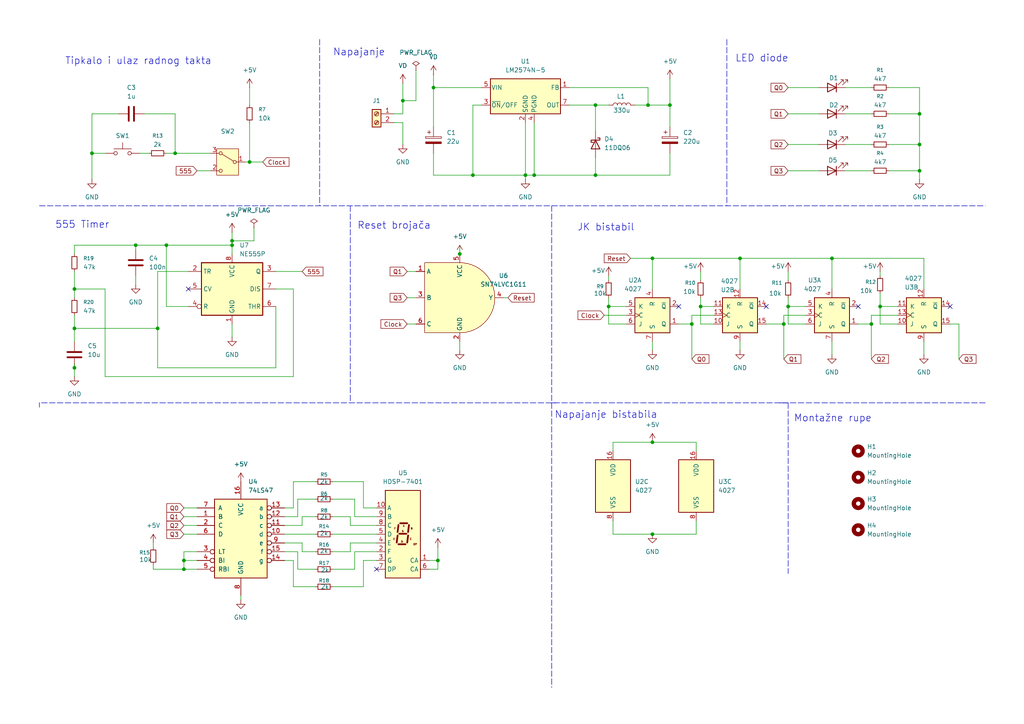
<source format=kicad_sch>
(kicad_sch (version 20250114) (generator "eeschema") (generator_version "9.0")
  (paper "A4")
  (title_block (title "BCD brojač") (date "2025-10-21") (rev "0") (company "TVZ - Tehničko veleučilište Zagreb") (comment 1 "Izradio: Gabriel Šolčić"))
  (lib_symbols
    (symbol "4xxx:4027" (pin_names (offset 1.016))
      (property "Reference" "U" (at -7.62 8.89 0))
      (property "Value" "4027" (at -7.62 -8.89 0))
      (symbol "4027_1_1"
        (rectangle (start -5.08 5.08) (end 5.08 -5.08) (stroke (width 0.254)) (fill (type background)))
        (pin input line (at -7.62 2.54 0) (length 2.54) (name "J") (number "6"))
        (pin input clock (at -7.62 0 0) (length 2.54) (name "C") (number "3"))
        (pin input line (at -7.62 -2.54 0) (length 2.54) (name "K") (number "5"))
        (pin input line (at 0 7.62 270) (length 2.54) (name "S") (number "7"))
        (pin input line (at 0 -7.62 90) (length 2.54) (name "R") (number "4"))
        (pin output line (at 7.62 2.54 180) (length 2.54) (name "Q") (number "1"))
        (pin output line (at 7.62 -2.54 180) (length 2.54) (name "~{Q}") (number "2"))
      )
      (symbol "4027_2_1"
        (rectangle (start -5.08 5.08) (end 5.08 -5.08) (stroke (width 0.254)) (fill (type background)))
        (pin input line (at -7.62 2.54 0) (length 2.54) (name "J") (number "10"))
        (pin input clock (at -7.62 0 0) (length 2.54) (name "C") (number "13"))
        (pin input line (at -7.62 -2.54 0) (length 2.54) (name "K") (number "11"))
        (pin input line (at 0 7.62 270) (length 2.54) (name "S") (number "9"))
        (pin input line (at 0 -7.62 90) (length 2.54) (name "R") (number "12"))
        (pin output line (at 7.62 2.54 180) (length 2.54) (name "Q") (number "15"))
        (pin output line (at 7.62 -2.54 180) (length 2.54) (name "~{Q}") (number "14"))
      )
      (symbol "4027_3_0"
        (pin power_in line (at 0 10.16 270) (length 2.54) (name "VDD") (number "16"))
        (pin power_in line (at 0 -10.16 90) (length 2.54) (name "VSS") (number "8"))
      )
      (symbol "4027_3_1"
        (rectangle (start -5.08 7.62) (end 5.08 -7.62) (stroke (width 0.254)) (fill (type background)))
      )
    )
    (symbol "74xx:74LS47" (pin_names (offset 1.016))
      (property "Reference" "U" (at -7.62 11.43 0))
      (property "Value" "74LS47" (at -7.62 -13.97 0))
      (symbol "74LS47_1_0"
        (pin input line (at -12.7 7.62 0) (length 5.08) (name "A") (number "7"))
        (pin input line (at -12.7 5.08 0) (length 5.08) (name "B") (number "1"))
        (pin input line (at -12.7 2.54 0) (length 5.08) (name "C") (number "2"))
        (pin input line (at -12.7 0 0) (length 5.08) (name "D") (number "6"))
        (pin input inverted (at -12.7 -5.08 0) (length 5.08) (name "LT") (number "3"))
        (pin input inverted (at -12.7 -7.62 0) (length 5.08) (name "BI") (number "4"))
        (pin input inverted (at -12.7 -10.16 0) (length 5.08) (name "RBI") (number "5"))
        (pin power_in line (at 0 15.24 270) (length 5.08) (name "VCC") (number "16"))
        (pin power_in line (at 0 -17.78 90) (length 5.08) (name "GND") (number "8"))
        (pin open_collector inverted (at 12.7 7.62 180) (length 5.08) (name "a") (number "13"))
        (pin open_collector inverted (at 12.7 5.08 180) (length 5.08) (name "b") (number "12"))
        (pin open_collector inverted (at 12.7 2.54 180) (length 5.08) (name "c") (number "11"))
        (pin open_collector inverted (at 12.7 0 180) (length 5.08) (name "d") (number "10"))
        (pin open_collector inverted (at 12.7 -2.54 180) (length 5.08) (name "e") (number "9"))
        (pin open_collector inverted (at 12.7 -5.08 180) (length 5.08) (name "f") (number "15"))
        (pin open_collector inverted (at 12.7 -7.62 180) (length 5.08) (name "g") (number "14"))
      )
      (symbol "74LS47_1_1"
        (rectangle (start -7.62 10.16) (end 7.62 -12.7) (stroke (width 0.254)) (fill (type background)))
      )
    )
    (symbol "Connector:Screw_Terminal_01x02" (pin_names (offset 1.016) (hide yes))
      (property "Reference" "J" (at 0 2.54 0))
      (property "Value" "Screw_Terminal_01x02" (at 0 -5.08 0))
      (symbol "Screw_Terminal_01x02_1_1"
        (rectangle (start -1.27 1.27) (end 1.27 -3.81) (stroke (width 0.254)) (fill (type background)))
        (polyline (pts (xy -0.5334 0.3302) (xy 0.3302 -0.508)) (stroke (width 0.1524)))
        (polyline (pts (xy -0.5334 -2.2098) (xy 0.3302 -3.048)) (stroke (width 0.1524)))
        (polyline (pts (xy -0.3556 0.508) (xy 0.508 -0.3302)) (stroke (width 0.1524)))
        (polyline (pts (xy -0.3556 -2.032) (xy 0.508 -2.8702)) (stroke (width 0.1524)))
        (circle (center 0 0) (radius 0.635) (stroke (width 0.1524)))
        (circle (center 0 -2.54) (radius 0.635) (stroke (width 0.1524)))
        (pin passive line (at -5.08 0 0) (length 3.81) (name "Pin_1") (number "1"))
        (pin passive line (at -5.08 -2.54 0) (length 3.81) (name "Pin_2") (number "2"))
      )
    )
    (symbol "Device:C" (pin_numbers (hide yes)) (pin_names (offset 0.254))
      (property "Reference" "C" (at 0.635 2.54 0))
      (property "Value" "C" (at 0.635 -2.54 0))
      (symbol "C_0_1"
        (polyline (pts (xy -2.032 0.762) (xy 2.032 0.762)) (stroke (width 0.508)))
        (polyline (pts (xy -2.032 -0.762) (xy 2.032 -0.762)) (stroke (width 0.508)))
      )
      (symbol "C_1_1"
        (pin passive line (at 0 3.81 270) (length 2.794) (name "~") (number "1"))
        (pin passive line (at 0 -3.81 90) (length 2.794) (name "~") (number "2"))
      )
    )
    (symbol "Device:C_Polarized" (pin_numbers (hide yes)) (pin_names (offset 0.254))
      (property "Reference" "C" (at 0.635 2.54 0))
      (property "Value" "C_Polarized" (at 0.635 -2.54 0))
      (symbol "C_Polarized_0_1"
        (rectangle (start -2.286 0.508) (end 2.286 1.016))
        (polyline (pts (xy -1.778 2.286) (xy -0.762 2.286)))
        (polyline (pts (xy -1.27 2.794) (xy -1.27 1.778)))
        (rectangle (start 2.286 -0.508) (end -2.286 -1.016) (fill (type outline)))
      )
      (symbol "C_Polarized_1_1"
        (pin passive line (at 0 3.81 270) (length 2.794) (name "~") (number "1"))
        (pin passive line (at 0 -3.81 90) (length 2.794) (name "~") (number "2"))
      )
    )
    (symbol "Device:L" (pin_numbers (hide yes)) (pin_names (offset 1.016) (hide yes))
      (property "Reference" "L" (at -1.27 0 90))
      (property "Value" "L" (at 1.905 0 90))
      (symbol "L_0_1"
        (arc (start 0 2.54) (mid 0.6323 1.905) (end 0 1.27))
        (arc (start 0 1.27) (mid 0.6323 0.635) (end 0 0))
        (arc (start 0 0) (mid 0.6323 -0.635) (end 0 -1.27))
        (arc (start 0 -1.27) (mid 0.6323 -1.905) (end 0 -2.54))
      )
      (symbol "L_1_1"
        (pin passive line (at 0 3.81 270) (length 1.27) (name "1") (number "1"))
        (pin passive line (at 0 -3.81 90) (length 1.27) (name "2") (number "2"))
      )
    )
    (symbol "Device:LED" (pin_numbers (hide yes)) (pin_names (offset 1.016) (hide yes))
      (property "Reference" "D" (at 0 2.54 0))
      (property "Value" "LED" (at 0 -2.54 0))
      (symbol "LED_0_1"
        (polyline (pts (xy -3.048 -0.762) (xy -4.572 -2.286) (xy -3.81 -2.286) (xy -4.572 -2.286) (xy -4.572 -1.524)))
        (polyline (pts (xy -1.778 -0.762) (xy -3.302 -2.286) (xy -2.54 -2.286) (xy -3.302 -2.286) (xy -3.302 -1.524)))
        (polyline (pts (xy -1.27 0) (xy 1.27 0)))
        (polyline (pts (xy -1.27 -1.27) (xy -1.27 1.27)) (stroke (width 0.254)))
        (polyline (pts (xy 1.27 -1.27) (xy 1.27 1.27) (xy -1.27 0) (xy 1.27 -1.27)) (stroke (width 0.254)))
      )
      (symbol "LED_1_1"
        (pin passive line (at -3.81 0 0) (length 2.54) (name "K") (number "1"))
        (pin passive line (at 3.81 0 180) (length 2.54) (name "A") (number "2"))
      )
    )
    (symbol "Device:R_Small" (pin_numbers (hide yes)) (pin_names (offset 0.254) (hide yes))
      (property "Reference" "R" (at 0 0 90))
      (property "Value" "R_Small" (at 1.778 0 90))
      (symbol "R_Small_0_1"
        (rectangle (start -0.762 1.778) (end 0.762 -1.778) (stroke (width 0.2032)))
      )
      (symbol "R_Small_1_1"
        (pin passive line (at 0 2.54 270) (length 0.762) (name "~") (number "1"))
        (pin passive line (at 0 -2.54 90) (length 0.762) (name "~") (number "2"))
      )
    )
    (symbol "Diode:SS310" (pin_numbers (hide yes)) (pin_names (offset 1.016) (hide yes))
      (property "Reference" "D" (at 0 2.54 0))
      (property "Value" "SS310" (at 0 -2.54 0))
      (symbol "SS310_0_1"
        (polyline (pts (xy -1.905 0.635) (xy -1.905 1.27) (xy -1.27 1.27) (xy -1.27 -1.27) (xy -0.635 -1.27) (xy -0.635 -0.635)) (stroke (width 0.254)))
        (polyline (pts (xy 1.27 1.27) (xy 1.27 -1.27) (xy -1.27 0) (xy 1.27 1.27)) (stroke (width 0.254)))
        (polyline (pts (xy 1.27 0) (xy -1.27 0)))
      )
      (symbol "SS310_1_1"
        (pin passive line (at -3.81 0 0) (length 2.54) (name "K") (number "1"))
        (pin passive line (at 3.81 0 180) (length 2.54) (name "A") (number "2"))
      )
    )
    (symbol "Display_Character:HDSP-7401"
      (property "Reference" "U" (at -3.81 13.97 0))
      (property "Value" "HDSP-7401" (at 6.35 13.97 0))
      (symbol "HDSP-7401_1_0"
        (text "E" (at -2.54 -1.397 0) (effects (font (size 0.508 0.508))))
        (text "F" (at -2.286 1.651 0) (effects (font (size 0.508 0.508))))
        (text "D" (at -0.254 -2.159 0) (effects (font (size 0.508 0.508))))
        (text "G" (at 0 0.889 0) (effects (font (size 0.508 0.508))))
        (text "A" (at 0.254 2.413 0) (effects (font (size 0.508 0.508))))
        (text "C" (at 2.286 -1.397 0) (effects (font (size 0.508 0.508))))
        (text "B" (at 2.54 1.651 0) (effects (font (size 0.508 0.508))))
        (text "DP" (at 3.556 -2.921 0) (effects (font (size 0.508 0.508))))
      )
      (symbol "HDSP-7401_1_1"
        (rectangle (start -5.08 12.7) (end 5.08 -12.7) (stroke (width 0.254)) (fill (type background)))
        (polyline (pts (xy -1.524 -0.381) (xy -1.778 -2.413)) (stroke (width 0.508)))
        (polyline (pts (xy -1.27 2.667) (xy -1.524 0.635)) (stroke (width 0.508)))
        (polyline (pts (xy -1.27 -2.921) (xy 0.762 -2.921)) (stroke (width 0.508)))
        (polyline (pts (xy -1.016 0.127) (xy 1.016 0.127)) (stroke (width 0.508)))
        (polyline (pts (xy -0.762 3.175) (xy 1.27 3.175)) (stroke (width 0.508)))
        (polyline (pts (xy 1.524 -0.381) (xy 1.27 -2.413)) (stroke (width 0.508)))
        (polyline (pts (xy 1.778 2.667) (xy 1.524 0.635)) (stroke (width 0.508)))
        (polyline (pts (xy 2.54 -2.921) (xy 2.54 -2.921)) (stroke (width 0.508)))
        (pin input line (at -7.62 7.62 0) (length 2.54) (name "A") (number "10"))
        (pin input line (at -7.62 5.08 0) (length 2.54) (name "B") (number "9"))
        (pin input line (at -7.62 2.54 0) (length 2.54) (name "C") (number "8"))
        (pin input line (at -7.62 0 0) (length 2.54) (name "D") (number "5"))
        (pin input line (at -7.62 -2.54 0) (length 2.54) (name "E") (number "4"))
        (pin input line (at -7.62 -5.08 0) (length 2.54) (name "F") (number "2"))
        (pin input line (at -7.62 -7.62 0) (length 2.54) (name "G") (number "3"))
        (pin input line (at -7.62 -10.16 0) (length 2.54) (name "DP") (number "7"))
        (pin input line (at 7.62 -7.62 180) (length 2.54) (name "CA") (number "1"))
        (pin input line (at 7.62 -10.16 180) (length 2.54) (name "CA") (number "6"))
      )
    )
    (symbol "Mechanical:MountingHole" (pin_names (offset 1.016)) (in_bom no)
      (property "Reference" "H" (at 0 5.08 0))
      (property "Value" "MountingHole" (at 0 3.175 0))
      (symbol "MountingHole_0_1"
        (circle (center 0 0) (radius 1.27) (stroke (width 1.27)))
      )
    )
    (symbol "Regulator_Switching:LM2574N-5" (pin_names (offset 0.254))
      (property "Reference" "U" (at -10.16 6.35 0))
      (property "Value" "LM2574N-5" (at 0 6.35 0))
      (symbol "LM2574N-5_0_1"
        (rectangle (start -10.16 5.08) (end 10.16 -5.08) (stroke (width 0.254)) (fill (type background)))
      )
      (symbol "LM2574N-5_1_1"
        (pin power_in line (at -12.7 2.54 0) (length 2.54) (name "VIN") (number "5"))
        (pin input line (at -12.7 -2.54 0) (length 2.54) (name "~{ON}/OFF") (number "3"))
        (pin no_connect line (at -10.16 0 0) (length 2.54) (hide yes) (name "NC") (number "6"))
        (pin power_in line (at 0 -7.62 90) (length 2.54) (name "SGND") (number "2"))
        (pin power_in line (at 2.54 -7.62 90) (length 2.54) (name "PGND") (number "4"))
        (pin no_connect line (at 10.16 0 180) (length 2.54) (hide yes) (name "NC") (number "8"))
        (pin input line (at 12.7 2.54 180) (length 2.54) (name "FB") (number "1"))
        (pin output line (at 12.7 -2.54 180) (length 2.54) (name "OUT") (number "7"))
      )
    )
    (symbol "SN74LVC1G11:SN74LVC1G11"
      (property "Reference" "U?" (at 10.922 10.414 0))
      (symbol "SN74LVC1G11_1_1"
        (polyline (pts (xy 0 10.16) (xy -10.16 10.16) (xy -10.16 -10.16) (xy 0 -10.16)) (fill (type background)))
        (arc (start 0 10.16) (mid 10.16 0) (end 0 -10.16) (fill (type background)))
        (pin input line (at -12.7 7.62 0) (length 2.54) (name "A") (number "1"))
        (pin input line (at -12.7 0 0) (length 2.54) (name "B") (number "3"))
        (pin input line (at -12.7 -7.62 0) (length 2.54) (name "C") (number "6"))
        (pin power_in line (at 0 12.7 270) (length 2.54) (name "VCC") (number "5"))
        (pin power_out line (at 0 -12.7 90) (length 2.54) (name "GND") (number "2"))
        (pin output line (at 12.7 0 180) (length 2.54) (name "Y") (number "4"))
      )
    )
    (symbol "Switch:SW_MEC_5G" (pin_numbers (hide yes)) (pin_names (offset 1.016) (hide yes))
      (property "Reference" "SW" (at 1.27 2.54 0))
      (property "Value" "SW_MEC_5G" (at 0 -1.524 0))
      (symbol "SW_MEC_5G_0_1"
        (circle (center -2.032 0) (radius 0.508))
        (polyline (pts (xy 0 1.27) (xy 0 3.048)))
        (circle (center 2.032 0) (radius 0.508))
        (polyline (pts (xy 2.54 1.27) (xy -2.54 1.27)))
        (pin passive line (at -5.08 0 0) (length 2.54) (name "A") (number "1"))
        (pin passive line (at 5.08 0 180) (length 2.54) (name "B") (number "3"))
      )
      (symbol "SW_MEC_5G_1_1"
        (pin passive line (at -5.08 0 0) (length 2.54) (hide yes) (name "A") (number "2"))
        (pin passive line (at 5.08 0 180) (length 2.54) (hide yes) (name "B") (number "4"))
      )
    )
    (symbol "Switch:SW_SPDT_312" (pin_names (offset 1) (hide yes))
      (property "Reference" "SW" (at 0 5.08 0))
      (property "Value" "SW_SPDT_312" (at 0 -5.08 0))
      (symbol "SW_SPDT_312_0_1"
        (circle (center -2.032 0) (radius 0.4572))
        (polyline (pts (xy -1.651 0.254) (xy 1.651 2.286)))
        (circle (center 2.032 2.54) (radius 0.4572))
        (circle (center 2.032 -2.54) (radius 0.4572))
      )
      (symbol "SW_SPDT_312_1_1"
        (rectangle (start -3.175 3.81) (end 3.175 -3.81) (fill (type background)))
        (pin passive line (at -5.08 0 0) (length 2.54) (name "B") (number "1"))
        (pin passive line (at 5.08 2.54 180) (length 2.54) (name "A") (number "3"))
        (pin passive line (at 5.08 -2.54 180) (length 2.54) (name "C") (number "2"))
      )
    )
    (symbol "Timer:NE555P"
      (property "Reference" "U" (at -10.16 8.89 0))
      (property "Value" "NE555P" (at 2.54 8.89 0))
      (symbol "NE555P_0_0"
        (pin power_in line (at 0 10.16 270) (length 2.54) (name "VCC") (number "8"))
        (pin power_in line (at 0 -10.16 90) (length 2.54) (name "GND") (number "1"))
      )
      (symbol "NE555P_0_1"
        (rectangle (start -8.89 -7.62) (end 8.89 7.62) (stroke (width 0.254)) (fill (type background)))
        (rectangle (start -8.89 -7.62) (end 8.89 7.62) (stroke (width 0.254)) (fill (type background)))
      )
      (symbol "NE555P_1_1"
        (pin input line (at -12.7 5.08 0) (length 3.81) (name "TR") (number "2"))
        (pin input line (at -12.7 0 0) (length 3.81) (name "CV") (number "5"))
        (pin input inverted (at -12.7 -5.08 0) (length 3.81) (name "R") (number "4"))
        (pin output line (at 12.7 5.08 180) (length 3.81) (name "Q") (number "3"))
        (pin input line (at 12.7 0 180) (length 3.81) (name "DIS") (number "7"))
        (pin input line (at 12.7 -5.08 180) (length 3.81) (name "THR") (number "6"))
      )
    )
    (symbol "power:+5V" (power) (pin_numbers (hide yes)) (pin_names (offset 0) (hide yes))
      (property "Value" "+5V" (at 0 3.556 0))
      (symbol "+5V_0_1"
        (polyline (pts (xy -0.762 1.27) (xy 0 2.54)))
        (polyline (pts (xy 0 2.54) (xy 0.762 1.27)))
        (polyline (pts (xy 0 0) (xy 0 2.54)))
      )
      (symbol "+5V_1_1"
        (pin power_in line (at 0 0 90) (length 0) (name "~") (number "1"))
      )
    )
    (symbol "power:GND" (power) (pin_numbers (hide yes)) (pin_names (offset 0) (hide yes))
      (property "Value" "GND" (at 0 -3.81 0))
      (symbol "GND_0_1"
        (polyline (pts (xy 0 0) (xy 0 -1.27) (xy 1.27 -1.27) (xy 0 -2.54) (xy -1.27 -1.27) (xy 0 -1.27)))
      )
      (symbol "GND_1_1"
        (pin power_in line (at 0 0 270) (length 0) (name "~") (number "1"))
      )
    )
    (symbol "power:PWR_FLAG" (power) (pin_numbers (hide yes)) (pin_names (offset 0) (hide yes))
      (property "Value" "PWR_FLAG" (at 0 3.81 0))
      (symbol "PWR_FLAG_0_0"
        (pin power_out line (at 0 0 90) (length 0) (name "~") (number "1"))
      )
      (symbol "PWR_FLAG_0_1"
        (polyline (pts (xy 0 0) (xy 0 1.27) (xy -1.016 1.905) (xy 0 2.54) (xy 1.016 1.905) (xy 0 1.27)))
      )
    )
    (symbol "power:VD" (power) (pin_numbers (hide yes)) (pin_names (offset 0) (hide yes))
      (property "Value" "VD" (at 0 3.556 0))
      (symbol "VD_0_1"
        (polyline (pts (xy -0.762 1.27) (xy 0 2.54)))
        (polyline (pts (xy 0 2.54) (xy 0.762 1.27)))
        (polyline (pts (xy 0 0) (xy 0 2.54)))
      )
      (symbol "VD_1_1"
        (pin power_in line (at 0 0 90) (length 0) (name "~") (number "1"))
      )
    )
  )
  (text "Napajanje bistabila" (at 175.768 120.396 0) (effects (font (size 2.032 2.032))))
  (text "Reset brojača" (at 114.3 65.532 0) (effects (font (size 2.032 2.032))))
  (text "Napajanje" (at 104.14 15.24 0) (effects (font (size 2.032 2.032))))
  (text "JK bistabil" (at 175.768 66.04 0) (effects (font (size 2.032 2.032))))
  (text "LED diode" (at 220.98 17.018 0) (effects (font (size 2.032 2.032))))
  (text "Montažne rupe" (at 241.554 121.412 0) (effects (font (size 2.032 2.032))))
  (text "555 Timer" (at 23.876 65.278 0) (effects (font (size 2.032 2.032))))
  (text "Tipkalo i ulaz radnog takta" (at 40.132 17.78 0) (effects (font (size 2.032 2.032))))
  (junction (at 21.59 106.68))
  (junction (at 26.67 44.45))
  (junction (at 228.6 88.9))
  (junction (at 266.7 49.53))
  (junction (at 67.31 69.85))
  (junction (at 227.33 93.98))
  (junction (at 187.96 30.48))
  (junction (at 189.23 154.94))
  (junction (at 252.73 93.98))
  (junction (at 172.72 30.48))
  (junction (at 21.59 83.82))
  (junction (at 241.3 74.93))
  (junction (at 53.34 162.56))
  (junction (at 67.31 71.12))
  (junction (at 189.23 128.27))
  (junction (at 152.4 50.8))
  (junction (at 137.16 50.8))
  (junction (at 133.35 73.66))
  (junction (at 72.39 46.99))
  (junction (at 214.63 74.93))
  (junction (at 50.8 44.45))
  (junction (at 266.7 41.91))
  (junction (at 125.73 25.4))
  (junction (at 127 162.56))
  (junction (at 266.7 33.02))
  (junction (at 48.26 71.12))
  (junction (at 172.72 50.8))
  (junction (at 189.23 74.93))
  (junction (at 194.31 30.48))
  (junction (at 176.53 88.9))
  (junction (at 116.84 29.21))
  (junction (at 203.2 88.9))
  (junction (at 45.72 95.25))
  (junction (at 39.37 71.12))
  (junction (at 255.27 88.9))
  (junction (at 154.94 50.8))
  (junction (at 21.59 95.25))
  (junction (at 200.66 93.98))
  (junction (at 53.34 165.1))
  (no_connect (at 54.61 83.82))
  (no_connect (at 248.92 88.9))
  (no_connect (at 196.85 88.9))
  (no_connect (at 109.22 165.1))
  (no_connect (at 222.25 88.9))
  (no_connect (at 275.59 88.9))
  (wire (pts (xy 53.34 152.4) (xy 57.15 152.4)))
  (wire (pts (xy 116.84 35.56) (xy 116.84 41.91)))
  (wire (pts (xy 257.81 49.53) (xy 266.7 49.53)))
  (wire (pts (xy 245.11 49.53) (xy 252.73 49.53)))
  (wire (pts (xy 252.73 104.14) (xy 252.73 93.98)))
  (wire (pts (xy 82.55 157.48) (xy 87.63 157.48)))
  (wire (pts (xy 152.4 50.8) (xy 152.4 52.07)))
  (wire (pts (xy 96.52 160.02) (xy 101.6 160.02)))
  (wire (pts (xy 125.73 50.8) (xy 137.16 50.8)))
  (wire (pts (xy 26.67 33.02) (xy 26.67 44.45)))
  (wire (pts (xy 73.66 66.04) (xy 73.66 69.85)))
  (wire (pts (xy 39.37 80.01) (xy 39.37 82.55)))
  (wire (pts (xy 85.09 109.22) (xy 30.48 109.22)))
  (polyline (pts (xy 11.43 116.84) (xy 11.43 118.11)))
  (wire (pts (xy 118.11 86.36) (xy 120.65 86.36)))
  (wire (pts (xy 82.55 154.94) (xy 91.44 154.94)))
  (wire (pts (xy 48.26 44.45) (xy 50.8 44.45)))
  (wire (pts (xy 203.2 88.9) (xy 203.2 86.36)))
  (wire (pts (xy 181.61 93.98) (xy 176.53 93.98)))
  (wire (pts (xy 72.39 46.99) (xy 76.2 46.99)))
  (wire (pts (xy 255.27 93.98) (xy 255.27 88.9)))
  (wire (pts (xy 228.6 41.91) (xy 237.49 41.91)))
  (wire (pts (xy 44.45 157.48) (xy 44.45 158.75)))
  (wire (pts (xy 105.41 139.7) (xy 105.41 147.32)))
  (wire (pts (xy 203.2 78.74) (xy 203.2 81.28)))
  (wire (pts (xy 228.6 49.53) (xy 237.49 49.53)))
  (wire (pts (xy 201.93 151.13) (xy 201.93 154.94)))
  (wire (pts (xy 260.35 93.98) (xy 255.27 93.98)))
  (wire (pts (xy 228.6 88.9) (xy 228.6 86.36)))
  (wire (pts (xy 53.34 154.94) (xy 57.15 154.94)))
  (wire (pts (xy 57.15 162.56) (xy 53.34 162.56)))
  (polyline (pts (xy 92.71 11.43) (xy 92.71 59.69)) (stroke (width 0) (type dash)))
  (wire (pts (xy 228.6 78.74) (xy 228.6 81.28)))
  (wire (pts (xy 194.31 50.8) (xy 172.72 50.8)))
  (wire (pts (xy 255.27 78.74) (xy 255.27 80.01)))
  (wire (pts (xy 184.15 30.48) (xy 187.96 30.48)))
  (wire (pts (xy 189.23 154.94) (xy 201.93 154.94)))
  (wire (pts (xy 87.63 160.02) (xy 91.44 160.02)))
  (wire (pts (xy 214.63 99.06) (xy 214.63 101.6)))
  (wire (pts (xy 53.34 165.1) (xy 57.15 165.1)))
  (wire (pts (xy 45.72 78.74) (xy 45.72 95.25)))
  (wire (pts (xy 120.65 20.32) (xy 120.65 29.21)))
  (polyline (pts (xy 11.43 59.69) (xy 285.75 59.69)) (stroke (width 0) (type dash)))
  (wire (pts (xy 139.7 25.4) (xy 125.73 25.4)))
  (wire (pts (xy 118.11 78.74) (xy 120.65 78.74)))
  (wire (pts (xy 50.8 33.02) (xy 50.8 44.45)))
  (wire (pts (xy 54.61 88.9) (xy 48.26 88.9)))
  (wire (pts (xy 172.72 30.48) (xy 176.53 30.48)))
  (wire (pts (xy 101.6 149.86) (xy 101.6 152.4)))
  (wire (pts (xy 21.59 106.68) (xy 21.59 109.22)))
  (wire (pts (xy 102.87 149.86) (xy 109.22 149.86)))
  (wire (pts (xy 71.12 46.99) (xy 72.39 46.99)))
  (wire (pts (xy 85.09 139.7) (xy 91.44 139.7)))
  (wire (pts (xy 187.96 30.48) (xy 194.31 30.48)))
  (wire (pts (xy 21.59 83.82) (xy 21.59 86.36)))
  (wire (pts (xy 86.36 160.02) (xy 86.36 165.1)))
  (wire (pts (xy 53.34 162.56) (xy 53.34 165.1)))
  (wire (pts (xy 21.59 91.44) (xy 21.59 95.25)))
  (wire (pts (xy 82.55 160.02) (xy 86.36 160.02)))
  (wire (pts (xy 105.41 147.32) (xy 109.22 147.32)))
  (wire (pts (xy 53.34 149.86) (xy 57.15 149.86)))
  (wire (pts (xy 54.61 78.74) (xy 45.72 78.74)))
  (wire (pts (xy 40.64 44.45) (xy 43.18 44.45)))
  (wire (pts (xy 266.7 41.91) (xy 266.7 49.53)))
  (wire (pts (xy 200.66 93.98) (xy 196.85 93.98)))
  (wire (pts (xy 233.68 93.98) (xy 228.6 93.98)))
  (wire (pts (xy 245.11 41.91) (xy 252.73 41.91)))
  (wire (pts (xy 207.01 93.98) (xy 203.2 93.98)))
  (wire (pts (xy 86.36 149.86) (xy 86.36 144.78)))
  (wire (pts (xy 252.73 91.44) (xy 252.73 93.98)))
  (wire (pts (xy 82.55 149.86) (xy 86.36 149.86)))
  (wire (pts (xy 267.97 99.06) (xy 267.97 102.87)))
  (wire (pts (xy 154.94 50.8) (xy 152.4 50.8)))
  (wire (pts (xy 267.97 83.82) (xy 267.97 74.93)))
  (wire (pts (xy 172.72 45.72) (xy 172.72 50.8)))
  (wire (pts (xy 189.23 101.6) (xy 189.23 99.06)))
  (wire (pts (xy 80.01 83.82) (xy 85.09 83.82)))
  (polyline (pts (xy 160.02 116.84) (xy 160.02 199.39)) (stroke (width 0) (type dash)))
  (wire (pts (xy 201.93 128.27) (xy 189.23 128.27)))
  (wire (pts (xy 187.96 25.4) (xy 187.96 30.48)))
  (wire (pts (xy 82.55 162.56) (xy 85.09 162.56)))
  (wire (pts (xy 257.81 41.91) (xy 266.7 41.91)))
  (wire (pts (xy 85.09 147.32) (xy 85.09 139.7)))
  (wire (pts (xy 85.09 162.56) (xy 85.09 170.18)))
  (wire (pts (xy 39.37 71.12) (xy 48.26 71.12)))
  (wire (pts (xy 105.41 170.18) (xy 105.41 162.56)))
  (wire (pts (xy 45.72 95.25) (xy 45.72 106.68)))
  (wire (pts (xy 21.59 71.12) (xy 39.37 71.12)))
  (wire (pts (xy 72.39 25.4) (xy 72.39 30.48)))
  (wire (pts (xy 67.31 69.85) (xy 67.31 71.12)))
  (wire (pts (xy 82.55 152.4) (xy 87.63 152.4)))
  (wire (pts (xy 125.73 25.4) (xy 125.73 21.59)))
  (wire (pts (xy 175.26 91.44) (xy 181.61 91.44)))
  (wire (pts (xy 124.46 162.56) (xy 127 162.56)))
  (wire (pts (xy 227.33 93.98) (xy 222.25 93.98)))
  (wire (pts (xy 114.3 35.56) (xy 116.84 35.56)))
  (wire (pts (xy 21.59 71.12) (xy 21.59 73.66)))
  (wire (pts (xy 203.2 93.98) (xy 203.2 88.9)))
  (wire (pts (xy 233.68 91.44) (xy 227.33 91.44)))
  (wire (pts (xy 96.52 144.78) (xy 102.87 144.78)))
  (wire (pts (xy 102.87 160.02) (xy 109.22 160.02)))
  (wire (pts (xy 101.6 152.4) (xy 109.22 152.4)))
  (wire (pts (xy 200.66 91.44) (xy 200.66 93.98)))
  (wire (pts (xy 96.52 170.18) (xy 105.41 170.18)))
  (wire (pts (xy 86.36 144.78) (xy 91.44 144.78)))
  (wire (pts (xy 87.63 149.86) (xy 91.44 149.86)))
  (wire (pts (xy 255.27 88.9) (xy 255.27 85.09)))
  (wire (pts (xy 266.7 33.02) (xy 266.7 41.91)))
  (polyline (pts (xy 285.75 116.84) (xy 11.43 116.84)) (stroke (width 0) (type dash)))
  (wire (pts (xy 82.55 147.32) (xy 85.09 147.32)))
  (polyline (pts (xy 101.6 59.69) (xy 101.6 116.84)) (stroke (width 0) (type dash)))
  (wire (pts (xy 96.52 165.1) (xy 102.87 165.1)))
  (wire (pts (xy 127 165.1) (xy 127 162.56)))
  (polyline (pts (xy 210.82 11.43) (xy 210.82 59.69)) (stroke (width 0) (type dash)))
  (wire (pts (xy 133.35 71.12) (xy 133.35 73.66)))
  (polyline (pts (xy 160.02 116.84) (xy 161.29 116.84)))
  (wire (pts (xy 228.6 33.02) (xy 237.49 33.02)))
  (wire (pts (xy 139.7 30.48) (xy 137.16 30.48)))
  (wire (pts (xy 86.36 165.1) (xy 91.44 165.1)))
  (polyline (pts (xy 226.06 116.84) (xy 228.6 116.84)))
  (wire (pts (xy 72.39 35.56) (xy 72.39 46.99)))
  (wire (pts (xy 125.73 25.4) (xy 125.73 36.83)))
  (wire (pts (xy 133.35 99.06) (xy 133.35 101.6)))
  (wire (pts (xy 44.45 163.83) (xy 44.45 165.1)))
  (wire (pts (xy 116.84 33.02) (xy 116.84 29.21)))
  (wire (pts (xy 278.13 93.98) (xy 275.59 93.98)))
  (polyline (pts (xy 228.6 116.84) (xy 228.6 166.37)) (stroke (width 0) (type dash)))
  (wire (pts (xy 165.1 30.48) (xy 172.72 30.48)))
  (wire (pts (xy 194.31 22.86) (xy 194.31 30.48)))
  (wire (pts (xy 48.26 71.12) (xy 48.26 88.9)))
  (wire (pts (xy 257.81 33.02) (xy 266.7 33.02)))
  (wire (pts (xy 124.46 165.1) (xy 127 165.1)))
  (wire (pts (xy 260.35 91.44) (xy 252.73 91.44)))
  (wire (pts (xy 118.11 93.98) (xy 120.65 93.98)))
  (wire (pts (xy 57.15 49.53) (xy 60.96 49.53)))
  (wire (pts (xy 177.8 151.13) (xy 177.8 154.94)))
  (wire (pts (xy 116.84 29.21) (xy 120.65 29.21)))
  (wire (pts (xy 260.35 88.9) (xy 255.27 88.9)))
  (wire (pts (xy 189.23 74.93) (xy 182.88 74.93)))
  (wire (pts (xy 21.59 95.25) (xy 45.72 95.25)))
  (polyline (pts (xy 160.02 59.69) (xy 160.02 116.84)) (stroke (width 0) (type dash)))
  (wire (pts (xy 101.6 157.48) (xy 109.22 157.48)))
  (wire (pts (xy 207.01 88.9) (xy 203.2 88.9)))
  (wire (pts (xy 194.31 44.45) (xy 194.31 50.8)))
  (wire (pts (xy 73.66 69.85) (xy 67.31 69.85)))
  (wire (pts (xy 245.11 25.4) (xy 252.73 25.4)))
  (wire (pts (xy 80.01 78.74) (xy 87.63 78.74)))
  (wire (pts (xy 278.13 104.14) (xy 278.13 93.98)))
  (wire (pts (xy 228.6 93.98) (xy 228.6 88.9)))
  (wire (pts (xy 87.63 152.4) (xy 87.63 149.86)))
  (wire (pts (xy 207.01 91.44) (xy 200.66 91.44)))
  (wire (pts (xy 96.52 154.94) (xy 109.22 154.94)))
  (wire (pts (xy 177.8 128.27) (xy 189.23 128.27)))
  (wire (pts (xy 266.7 25.4) (xy 266.7 33.02)))
  (wire (pts (xy 154.94 35.56) (xy 154.94 50.8)))
  (wire (pts (xy 53.34 160.02) (xy 53.34 162.56)))
  (wire (pts (xy 201.93 130.81) (xy 201.93 128.27)))
  (wire (pts (xy 241.3 99.06) (xy 241.3 102.87)))
  (wire (pts (xy 137.16 50.8) (xy 152.4 50.8)))
  (wire (pts (xy 227.33 104.14) (xy 227.33 93.98)))
  (wire (pts (xy 177.8 154.94) (xy 189.23 154.94)))
  (wire (pts (xy 80.01 88.9) (xy 80.01 106.68)))
  (wire (pts (xy 245.11 33.02) (xy 252.73 33.02)))
  (wire (pts (xy 200.66 104.14) (xy 200.66 93.98)))
  (wire (pts (xy 102.87 165.1) (xy 102.87 160.02)))
  (wire (pts (xy 152.4 35.56) (xy 152.4 50.8)))
  (wire (pts (xy 181.61 88.9) (xy 176.53 88.9)))
  (wire (pts (xy 127 162.56) (xy 127 158.75)))
  (wire (pts (xy 116.84 29.21) (xy 116.84 24.13)))
  (wire (pts (xy 146.05 86.36) (xy 147.32 86.36)))
  (wire (pts (xy 53.34 147.32) (xy 57.15 147.32)))
  (wire (pts (xy 165.1 25.4) (xy 187.96 25.4)))
  (wire (pts (xy 252.73 93.98) (xy 248.92 93.98)))
  (wire (pts (xy 101.6 160.02) (xy 101.6 157.48)))
  (wire (pts (xy 267.97 74.93) (xy 241.3 74.93)))
  (wire (pts (xy 80.01 106.68) (xy 45.72 106.68)))
  (wire (pts (xy 176.53 80.01) (xy 176.53 81.28)))
  (wire (pts (xy 21.59 95.25) (xy 21.59 99.06)))
  (wire (pts (xy 67.31 71.12) (xy 67.31 73.66)))
  (wire (pts (xy 176.53 93.98) (xy 176.53 88.9)))
  (wire (pts (xy 34.29 33.02) (xy 26.67 33.02)))
  (wire (pts (xy 67.31 93.98) (xy 67.31 97.79)))
  (wire (pts (xy 125.73 44.45) (xy 125.73 50.8)))
  (wire (pts (xy 228.6 25.4) (xy 237.49 25.4)))
  (wire (pts (xy 105.41 162.56) (xy 109.22 162.56)))
  (wire (pts (xy 227.33 91.44) (xy 227.33 93.98)))
  (wire (pts (xy 48.26 71.12) (xy 67.31 71.12)))
  (wire (pts (xy 44.45 165.1) (xy 53.34 165.1)))
  (wire (pts (xy 176.53 88.9) (xy 176.53 86.36)))
  (wire (pts (xy 67.31 67.31) (xy 67.31 69.85)))
  (wire (pts (xy 85.09 170.18) (xy 91.44 170.18)))
  (wire (pts (xy 214.63 83.82) (xy 214.63 74.93)))
  (wire (pts (xy 257.81 25.4) (xy 266.7 25.4)))
  (wire (pts (xy 30.48 109.22) (xy 30.48 83.82)))
  (wire (pts (xy 241.3 83.82) (xy 241.3 74.93)))
  (wire (pts (xy 266.7 49.53) (xy 266.7 52.07)))
  (wire (pts (xy 87.63 157.48) (xy 87.63 160.02)))
  (wire (pts (xy 41.91 33.02) (xy 50.8 33.02)))
  (wire (pts (xy 21.59 83.82) (xy 30.48 83.82)))
  (wire (pts (xy 57.15 160.02) (xy 53.34 160.02)))
  (wire (pts (xy 102.87 144.78) (xy 102.87 149.86)))
  (wire (pts (xy 26.67 52.07) (xy 26.67 44.45)))
  (wire (pts (xy 114.3 33.02) (xy 116.84 33.02)))
  (wire (pts (xy 69.85 172.72) (xy 69.85 173.99)))
  (wire (pts (xy 21.59 78.74) (xy 21.59 83.82)))
  (wire (pts (xy 85.09 83.82) (xy 85.09 109.22)))
  (wire (pts (xy 96.52 139.7) (xy 105.41 139.7)))
  (wire (pts (xy 96.52 149.86) (xy 101.6 149.86)))
  (wire (pts (xy 137.16 30.48) (xy 137.16 50.8)))
  (wire (pts (xy 189.23 83.82) (xy 189.23 74.93)))
  (wire (pts (xy 214.63 74.93) (xy 189.23 74.93)))
  (wire (pts (xy 50.8 44.45) (xy 60.96 44.45)))
  (wire (pts (xy 172.72 50.8) (xy 154.94 50.8)))
  (wire (pts (xy 21.59 105.41) (xy 21.59 106.68)))
  (wire (pts (xy 39.37 71.12) (xy 39.37 72.39)))
  (wire (pts (xy 233.68 88.9) (xy 228.6 88.9)))
  (wire (pts (xy 26.67 44.45) (xy 30.48 44.45)))
  (wire (pts (xy 194.31 30.48) (xy 194.31 36.83)))
  (wire (pts (xy 177.8 130.81) (xy 177.8 128.27)))
  (wire (pts (xy 172.72 30.48) (xy 172.72 38.1)))
  (wire (pts (xy 241.3 74.93) (xy 214.63 74.93)))
  (global_label "Q3" (shape input) (at 118.11 86.36 180) (property "Intersheetrefs" "${INTERSHEET_REFS}" (effects (hide yes))))
  (global_label "Q2" (shape input) (at 252.73 104.14 0) (property "Intersheetrefs" "${INTERSHEET_REFS}" (effects (hide yes))))
  (global_label "Q3" (shape input) (at 53.34 154.94 180) (property "Intersheetrefs" "${INTERSHEET_REFS}" (effects (hide yes))))
  (global_label "Q1" (shape input) (at 228.6 33.02 180) (property "Intersheetrefs" "${INTERSHEET_REFS}" (effects (hide yes))))
  (global_label "Q1" (shape input) (at 53.34 149.86 180) (property "Intersheetrefs" "${INTERSHEET_REFS}" (effects (hide yes))))
  (global_label "Q3" (shape input) (at 278.13 104.14 0) (property "Intersheetrefs" "${INTERSHEET_REFS}" (effects (hide yes))))
  (global_label "Q2" (shape input) (at 228.6 41.91 180) (property "Intersheetrefs" "${INTERSHEET_REFS}" (effects (hide yes))))
  (global_label "Q1" (shape input) (at 227.33 104.14 0) (property "Intersheetrefs" "${INTERSHEET_REFS}" (effects (hide yes))))
  (global_label "Reset" (shape input) (at 182.88 74.93 180) (property "Intersheetrefs" "${INTERSHEET_REFS}" (effects (hide yes))))
  (global_label "Clock" (shape input) (at 175.26 91.44 180) (property "Intersheetrefs" "${INTERSHEET_REFS}" (effects (hide yes))))
  (global_label "Q0" (shape input) (at 200.66 104.14 0) (property "Intersheetrefs" "${INTERSHEET_REFS}" (effects (hide yes))))
  (global_label "Q0" (shape input) (at 53.34 147.32 180) (property "Intersheetrefs" "${INTERSHEET_REFS}" (effects (hide yes))))
  (global_label "Reset" (shape input) (at 147.32 86.36 0) (property "Intersheetrefs" "${INTERSHEET_REFS}" (effects (hide yes))))
  (global_label "Q3" (shape input) (at 228.6 49.53 180) (property "Intersheetrefs" "${INTERSHEET_REFS}" (effects (hide yes))))
  (global_label "555" (shape input) (at 87.63 78.74 0) (property "Intersheetrefs" "${INTERSHEET_REFS}" (effects (hide yes))))
  (global_label "555" (shape input) (at 57.15 49.53 180) (property "Intersheetrefs" "${INTERSHEET_REFS}" (effects (hide yes))))
  (global_label "Clock" (shape input) (at 118.11 93.98 180) (property "Intersheetrefs" "${INTERSHEET_REFS}" (effects (hide yes))))
  (global_label "Q0" (shape input) (at 228.6 25.4 180) (property "Intersheetrefs" "${INTERSHEET_REFS}" (effects (hide yes))))
  (global_label "Q2" (shape input) (at 53.34 152.4 180) (property "Intersheetrefs" "${INTERSHEET_REFS}" (effects (hide yes))))
  (global_label "Q1" (shape input) (at 118.11 78.74 180) (property "Intersheetrefs" "${INTERSHEET_REFS}" (effects (hide yes))))
  (global_label "Clock" (shape input) (at 76.2 46.99 0) (property "Intersheetrefs" "${INTERSHEET_REFS}" (effects (hide yes))))
  (symbol (lib_id "Device:C") (at 38.1 33.02 90) (unit 1)
    (property "Reference" "C3" (at 38.1 25.4 90))
    (property "Value" "1u" (at 38.1 27.94 90))
    (property "Description" "Unpolarized capacitor" (effects (hide yes)))
  )
  (symbol (lib_id "power:GND") (at 241.3 102.87 0) (unit 1)
    (property "Reference" "#PWR019" (effects (hide yes)))
    (property "Value" "GND" (at 241.3 107.95 0))
    (property "Description" "Power symbol creates a global label with name \"GND\" , ground" (effects (hide yes)))
  )
  (symbol (lib_id "Device:LED") (at 241.3 49.53 180) (unit 1)
    (property "Reference" "D5" (at 241.554 46.482 0))
    (property "Value" "LED" (effects (hide yes)))
    (property "Description" "Light emitting diode" (effects (hide yes)))
    (property "Sim.Pins" "1=K 2=A" (effects (hide yes)))
  )
  (symbol (lib_id "power:+5V") (at 133.35 73.66 0) (unit 1)
    (property "Reference" "#PWR014" (effects (hide yes)))
    (property "Value" "+5V" (at 133.35 68.58 0))
    (property "Description" "Power symbol creates a global label with name \"+5V\"" (effects (hide yes)))
  )
  (symbol (lib_id "Diode:SS310") (at 172.72 41.91 270) (unit 1)
    (property "Reference" "D4" (at 175.26 40.3224 90) (effects (justify left)))
    (property "Value" "11DQ06" (at 175.26 42.8624 90) (effects (justify left)))
    (property "Footprint" "Diode_THT:D_DO-41_SOD81_P12.70mm_Horizontal" (effects (hide yes)))
    (property "Datasheet" "https://www.microdiode.com/uploadfiles//PDF/SS32-THRU-SS3200-SMA.pdf" (effects (hide yes)))
    (property "Description" "100V 3A Schottky Diode, SMA" (effects (hide yes)))
    (property "Manufacturer" "SMC DIODE SOLUTIONS" (effects (hide yes)))
    (property "Manufacturer part number" "11DQ06TA" (effects (hide yes)))
  )
  (symbol (lib_id "Device:LED") (at 241.3 41.91 180) (unit 1)
    (property "Reference" "D3" (at 241.554 38.608 0))
    (property "Value" "LED" (effects (hide yes)))
    (property "Description" "Light emitting diode" (effects (hide yes)))
    (property "Sim.Pins" "1=K 2=A" (effects (hide yes)))
  )
  (symbol (lib_id "power:+5V") (at 189.23 128.27 0) (unit 1)
    (property "Reference" "#PWR015" (effects (hide yes)))
    (property "Value" "+5V" (at 189.23 123.19 0))
    (property "Description" "Power symbol creates a global label with name \"+5V\"" (effects (hide yes)))
  )
  (symbol (lib_id "power:GND") (at 39.37 82.55 0) (unit 1)
    (property "Reference" "#PWR04" (effects (hide yes)))
    (property "Value" "GND" (at 39.37 87.63 0))
    (property "Description" "Power symbol creates a global label with name \"GND\" , ground" (effects (hide yes)))
  )
  (symbol (lib_id "power:GND") (at 266.7 52.07 0) (unit 1)
    (property "Reference" "#PWR012" (effects (hide yes)))
    (property "Value" "GND" (at 266.7 57.15 0))
    (property "Description" "Power symbol creates a global label with name \"GND\" , ground" (effects (hide yes)))
  )
  (symbol (lib_id "power:VD") (at 125.73 21.59 0) (unit 1)
    (property "Reference" "#PWR011" (effects (hide yes)))
    (property "Value" "VD" (at 125.73 16.51 0))
    (property "Description" "Power symbol creates a global label with name \"VD\"" (effects (hide yes)))
  )
  (symbol (lib_id "Device:R_Small") (at 44.45 161.29 0) (unit 1)
    (property "Reference" "R15" (at 40.386 160.274 0) (effects (font (size 1.016 1.016)) (justify left)))
    (property "Value" "10k" (at 40.386 162.306 0) (effects (justify left)))
    (property "Description" "Resistor, small symbol" (effects (hide yes)))
  )
  (symbol (lib_id "SN74LVC1G11:SN74LVC1G11") (at 133.35 86.36 0) (unit 1)
    (property "Reference" "U6" (at 146.05 79.9398 0))
    (property "Value" "SN74LVC1G11" (at 146.05 82.4798 0))
    (property "Footprint" "SOT-23-6:SOT-23-6" (effects (hide yes)))
  )
  (symbol (lib_id "Device:R_Small") (at 93.98 170.18 90) (unit 1)
    (property "Reference" "R18" (at 93.98 168.402 90) (effects (font (size 1.016 1.016))))
    (property "Value" "2k" (at 94.234 170.18 90))
    (property "Description" "Resistor, small symbol" (effects (hide yes)))
  )
  (symbol (lib_id "4xxx:4027") (at 189.23 91.44 0) (mirror x) (unit 1)
    (property "Reference" "U2" (at 186.1119 81.28 0) (effects (justify right)))
    (property "Value" "4027" (at 186.1119 83.82 0) (effects (justify right)))
    (property "Datasheet" "http://www.intersil.com/content/dam/Intersil/documents/cd40/cd4027bms.pdf" (effects (hide yes)))
    (property "Description" "Dual JK FlipFlop, set & reset" (effects (hide yes)))
  )
  (symbol (lib_id "4xxx:4027") (at 267.97 91.44 0) (mirror x) (unit 2)
    (property "Reference" "U3" (at 262.382 83.312 0) (effects (justify left)))
    (property "Value" "4027" (at 262.382 80.772 0) (effects (justify left)))
    (property "Datasheet" "http://www.intersil.com/content/dam/Intersil/documents/cd40/cd4027bms.pdf" (effects (hide yes)))
    (property "Description" "Dual JK FlipFlop, set & reset" (effects (hide yes)))
  )
  (symbol (lib_id "power:+5V") (at 176.53 80.01 0) (unit 1)
    (property "Reference" "#PWR021" (effects (hide yes)))
    (property "Value" "+5V" (at 173.482 78.486 0))
    (property "Description" "Power symbol creates a global label with name \"+5V\"" (effects (hide yes)))
  )
  (symbol (lib_id "4xxx:4027") (at 177.8 140.97 0) (unit 3)
    (property "Reference" "U2" (at 184.15 139.6999 0) (effects (justify left)))
    (property "Value" "4027" (at 184.15 142.2399 0) (effects (justify left)))
    (property "Datasheet" "http://www.intersil.com/content/dam/Intersil/documents/cd40/cd4027bms.pdf" (effects (hide yes)))
    (property "Description" "Dual JK FlipFlop, set & reset" (effects (hide yes)))
  )
  (symbol (lib_id "Device:C_Polarized") (at 194.31 40.64 0) (unit 1)
    (property "Reference" "C2" (at 198.12 38.4809 0) (effects (justify left)))
    (property "Value" "220u" (at 198.12 41.0209 0) (effects (justify left)))
    (property "Description" "Polarized capacitor" (effects (hide yes)))
  )
  (symbol (lib_id "Device:R_Small") (at 255.27 49.53 90) (unit 1)
    (property "Reference" "R4" (at 255.27 44.45 90) (effects (font (size 1.016 1.016))))
    (property "Value" "4k7" (at 255.27 46.99 90))
    (property "Description" "Resistor, small symbol" (effects (hide yes)))
  )
  (symbol (lib_id "Timer:NE555P") (at 67.31 83.82 0) (unit 1)
    (property "Reference" "U7" (at 69.4533 71.12 0) (effects (justify left)))
    (property "Value" "NE555P" (at 69.4533 73.66 0) (effects (justify left)))
    (property "Footprint" "Package_DIP:DIP-8_W7.62mm" (effects (hide yes)))
    (property "Datasheet" "http://www.ti.com/lit/ds/symlink/ne555.pdf" (effects (hide yes)))
    (property "Description" "Precision Timers, 555 compatible,  PDIP-8" (effects (hide yes)))
  )
  (symbol (lib_id "power:GND") (at 214.63 101.6 0) (unit 1)
    (property "Reference" "#PWR018" (effects (hide yes)))
    (property "Value" "GND" (at 214.63 106.68 0))
    (property "Description" "Power symbol creates a global label with name \"GND\" , ground" (effects (hide yes)))
  )
  (symbol (lib_id "power:+5V") (at 127 158.75 0) (unit 1)
    (property "Reference" "#PWR027" (effects (hide yes)))
    (property "Value" "+5V" (at 127 153.67 0))
    (property "Description" "Power symbol creates a global label with name \"+5V\"" (effects (hide yes)))
  )
  (symbol (lib_id "power:+5V") (at 228.6 78.74 0) (unit 1)
    (property "Reference" "#PWR023" (effects (hide yes)))
    (property "Value" "+5V" (at 225.552 77.216 0))
    (property "Description" "Power symbol creates a global label with name \"+5V\"" (effects (hide yes)))
  )
  (symbol (lib_id "Device:R_Small") (at 255.27 25.4 90) (unit 1)
    (property "Reference" "R1" (at 255.27 20.32 90) (effects (font (size 1.016 1.016))))
    (property "Value" "4k7" (at 255.27 22.86 90))
    (property "Description" "Resistor, small symbol" (effects (hide yes)))
  )
  (symbol (lib_id "power:GND") (at 69.85 173.99 0) (unit 1)
    (property "Reference" "#PWR026" (effects (hide yes)))
    (property "Value" "GND" (at 69.85 179.07 0))
    (property "Description" "Power symbol creates a global label with name \"GND\" , ground" (effects (hide yes)))
  )
  (symbol (lib_id "power:+5V") (at 69.85 139.7 0) (unit 1)
    (property "Reference" "#PWR028" (effects (hide yes)))
    (property "Value" "+5V" (at 69.85 134.62 0))
    (property "Description" "Power symbol creates a global label with name \"+5V\"" (effects (hide yes)))
  )
  (symbol (lib_id "4xxx:4027") (at 214.63 91.44 0) (mirror x) (unit 2)
    (property "Reference" "U2" (at 209.042 84.074 0) (effects (justify left)))
    (property "Value" "4027" (at 209.042 81.534 0) (effects (justify left)))
    (property "Datasheet" "http://www.intersil.com/content/dam/Intersil/documents/cd40/cd4027bms.pdf" (effects (hide yes)))
    (property "Description" "Dual JK FlipFlop, set & reset" (effects (hide yes)))
  )
  (symbol (lib_id "Device:R_Small") (at 93.98 139.7 90) (unit 1)
    (property "Reference" "R5" (at 93.98 137.668 90) (effects (font (size 1.016 1.016))))
    (property "Value" "2k" (at 93.98 139.7 90))
    (property "Description" "Resistor, small symbol" (effects (hide yes)))
  )
  (symbol (lib_id "power:VD") (at 116.84 24.13 0) (unit 1)
    (property "Reference" "#PWR09" (effects (hide yes)))
    (property "Value" "VD" (at 116.84 19.05 0))
    (property "Description" "Power symbol creates a global label with name \"VD\"" (effects (hide yes)))
  )
  (symbol (lib_id "Mechanical:MountingHole") (at 248.92 130.81 0) (unit 1) (in_bom no)
    (property "Reference" "H1" (at 251.46 129.5399 0) (effects (justify left)))
    (property "Value" "MountingHole" (at 251.46 132.0799 0) (effects (justify left)))
    (property "Description" "Mounting Hole without connection" (effects (hide yes)))
  )
  (symbol (lib_id "power:GND") (at 189.23 101.6 0) (unit 1)
    (property "Reference" "#PWR017" (effects (hide yes)))
    (property "Value" "GND" (at 189.23 106.68 0))
    (property "Description" "Power symbol creates a global label with name \"GND\" , ground" (effects (hide yes)))
  )
  (symbol (lib_id "Device:C_Polarized") (at 125.73 40.64 0) (unit 1)
    (property "Reference" "C1" (at 129.54 38.4809 0) (effects (justify left)))
    (property "Value" "22u" (at 129.54 41.0209 0) (effects (justify left)))
    (property "Footprint" "Capacitor_THT:CP_Radial_D5.0mm_P2.00mm" (effects (hide yes)))
    (property "Description" "Polarized capacitor" (effects (hide yes)))
    (property "Manufacturer" "AISHI" (effects (hide yes)))
    (property "Manufacturer part number" "EWH1EM220D11OT" (effects (hide yes)))
  )
  (symbol (lib_id "Device:R_Small") (at 255.27 33.02 90) (unit 1)
    (property "Reference" "R2" (at 255.27 27.94 90) (effects (font (size 1.016 1.016))))
    (property "Value" "4k7" (at 255.27 30.48 90))
    (property "Description" "Resistor, small symbol" (effects (hide yes)))
  )
  (symbol (lib_id "Mechanical:MountingHole") (at 248.92 138.43 0) (unit 1) (in_bom no)
    (property "Reference" "H2" (at 251.46 137.1599 0) (effects (justify left)))
    (property "Value" "MountingHole" (at 251.46 139.6999 0) (effects (justify left)))
    (property "Description" "Mounting Hole without connection" (effects (hide yes)))
  )
  (symbol (lib_id "power:GND") (at 21.59 109.22 0) (unit 1)
    (property "Reference" "#PWR01" (effects (hide yes)))
    (property "Value" "GND" (at 21.59 114.3 0))
    (property "Description" "Power symbol creates a global label with name \"GND\" , ground" (effects (hide yes)))
  )
  (symbol (lib_id "Device:LED") (at 241.3 25.4 180) (unit 1)
    (property "Reference" "D1" (at 241.808 22.606 0))
    (property "Value" "LED" (effects (hide yes)))
    (property "Description" "Light emitting diode" (effects (hide yes)))
    (property "Sim.Pins" "1=K 2=A" (effects (hide yes)))
  )
  (symbol (lib_id "74xx:74LS47") (at 69.85 154.94 0) (unit 1)
    (property "Reference" "U4" (at 71.9933 139.7 0) (effects (justify left)))
    (property "Value" "74LS47" (at 71.9933 142.24 0) (effects (justify left)))
    (property "Datasheet" "http://www.ti.com/lit/gpn/sn74LS47" (effects (hide yes)))
    (property "Description" "BCD to 7-segment Driver, Open Collector, 30V outputs" (effects (hide yes)))
  )
  (symbol (lib_id "power:PWR_FLAG") (at 73.66 66.04 0) (unit 1)
    (property "Reference" "#FLG02" (effects (hide yes)))
    (property "Value" "PWR_FLAG" (at 73.66 60.96 0))
    (property "Description" "Special symbol for telling ERC where power comes from" (effects (hide yes)))
  )
  (symbol (lib_id "Device:R_Small") (at 228.6 83.82 0) (unit 1)
    (property "Reference" "R11" (at 223.774 82.042 0) (effects (font (size 1.016 1.016)) (justify left)))
    (property "Value" "10k" (at 223.012 85.09 0) (effects (justify left)))
    (property "Description" "Resistor, small symbol" (effects (hide yes)))
  )
  (symbol (lib_id "Device:C") (at 21.59 102.87 0) (unit 1)
    (property "Reference" "C5" (at 25.4 100.3299 0) (effects (justify left)))
    (property "Value" "10u" (at 25.4 102.8699 0) (effects (justify left)))
    (property "Description" "Unpolarized capacitor" (effects (hide yes)))
  )
  (symbol (lib_id "power:GND") (at 133.35 101.6 0) (unit 1)
    (property "Reference" "#PWR013" (effects (hide yes)))
    (property "Value" "GND" (at 133.35 106.68 0))
    (property "Description" "Power symbol creates a global label with name \"GND\" , ground" (effects (hide yes)))
  )
  (symbol (lib_id "power:PWR_FLAG") (at 120.65 20.32 0) (unit 1)
    (property "Reference" "#FLG01" (effects (hide yes)))
    (property "Value" "PWR_FLAG" (at 120.65 15.24 0))
    (property "Description" "Special symbol for telling ERC where power comes from" (effects (hide yes)))
  )
  (symbol (lib_id "power:GND") (at 152.4 52.07 0) (unit 1)
    (property "Reference" "#PWR08" (effects (hide yes)))
    (property "Value" "GND" (at 152.4 57.15 0))
    (property "Description" "Power symbol creates a global label with name \"GND\" , ground" (effects (hide yes)))
  )
  (symbol (lib_id "Mechanical:MountingHole") (at 248.92 146.05 0) (unit 1) (in_bom no)
    (property "Reference" "H3" (at 251.46 144.7799 0) (effects (justify left)))
    (property "Value" "MountingHole" (at 251.46 147.3199 0) (effects (justify left)))
    (property "Description" "Mounting Hole without connection" (effects (hide yes)))
  )
  (symbol (lib_id "power:+5V") (at 255.27 78.74 0) (unit 1)
    (property "Reference" "#PWR024" (effects (hide yes)))
    (property "Value" "+5V" (at 252.222 77.216 0))
    (property "Description" "Power symbol creates a global label with name \"+5V\"" (effects (hide yes)))
  )
  (symbol (lib_id "Device:C") (at 39.37 76.2 0) (unit 1)
    (property "Reference" "C4" (at 43.18 74.9299 0) (effects (justify left)))
    (property "Value" "100n" (at 43.18 77.4699 0) (effects (justify left)))
    (property "Description" "Unpolarized capacitor" (effects (hide yes)))
  )
  (symbol (lib_id "power:GND") (at 67.31 97.79 0) (unit 1)
    (property "Reference" "#PWR02" (effects (hide yes)))
    (property "Value" "GND" (at 67.31 102.87 0))
    (property "Description" "Power symbol creates a global label with name \"GND\" , ground" (effects (hide yes)))
  )
  (symbol (lib_id "Regulator_Switching:LM2574N-5") (at 152.4 27.94 0) (unit 1)
    (property "Reference" "U1" (at 152.4 17.78 0))
    (property "Value" "LM2574N-5" (at 152.4 20.32 0))
    (property "Footprint" "Package_DIP:DIP-8_W7.62mm_Socket_LongPads" (effects (hide yes)))
    (property "Datasheet" "http://www.national.com/ds/LM/LM2574.pdf" (effects (hide yes)))
    (property "Description" "5V, 0.5A SIMPLE SWITCHER® Step-Down Voltage Regulator, DIP-8" (effects (hide yes)))
    (property "Manufacturer" "ONSEMI" (effects (hide yes)))
    (property "Manufacturer part number" "LM2574N-5G" (effects (hide yes)))
  )
  (symbol (lib_id "Device:R_Small") (at 255.27 41.91 90) (unit 1)
    (property "Reference" "R3" (at 255.27 36.83 90) (effects (font (size 1.016 1.016))))
    (property "Value" "4k7" (at 255.27 39.37 90))
    (property "Description" "Resistor, small symbol" (effects (hide yes)))
  )
  (symbol (lib_id "Display_Character:HDSP-7401") (at 116.84 154.94 0) (unit 1)
    (property "Reference" "U5" (at 116.84 137.16 0))
    (property "Value" "HDSP-7401" (at 116.84 139.7 0))
    (property "Footprint" "Display_7Segment:HDSP-7401" (effects (hide yes)))
    (property "Datasheet" "https://docs.broadcom.com/docs/AV02-2553EN" (effects (hide yes)))
    (property "Description" "One digit 7 segment yellow, common anode" (effects (hide yes)))
  )
  (symbol (lib_id "Device:LED") (at 241.3 33.02 180) (unit 1)
    (property "Reference" "D2" (at 241.808 30.48 0))
    (property "Value" "LED" (effects (hide yes)))
    (property "Description" "Light emitting diode" (effects (hide yes)))
    (property "Sim.Pins" "1=K 2=A" (effects (hide yes)))
  )
  (symbol (lib_id "Device:R_Small") (at 93.98 160.02 90) (unit 1)
    (property "Reference" "R16" (at 93.98 157.988 90) (effects (font (size 1.016 1.016))))
    (property "Value" "2k" (at 93.98 159.766 90))
    (property "Description" "Resistor, small symbol" (effects (hide yes)))
  )
  (symbol (lib_id "power:+5V") (at 194.31 22.86 0) (unit 1)
    (property "Reference" "#PWR010" (effects (hide yes)))
    (property "Value" "+5V" (at 194.31 17.78 0))
    (property "Description" "Power symbol creates a global label with name \"+5V\"" (effects (hide yes)))
  )
  (symbol (lib_id "Device:R_Small") (at 21.59 76.2 0) (unit 1)
    (property "Reference" "R19" (at 24.13 74.9299 0) (effects (font (size 1.016 1.016)) (justify left)))
    (property "Value" "47k" (at 24.13 77.4699 0) (effects (justify left)))
    (property "Description" "Resistor, small symbol" (effects (hide yes)))
  )
  (symbol (lib_id "power:+5V") (at 203.2 78.74 0) (unit 1)
    (property "Reference" "#PWR022" (effects (hide yes)))
    (property "Value" "+5V" (at 200.152 77.216 0))
    (property "Description" "Power symbol creates a global label with name \"+5V\"" (effects (hide yes)))
  )
  (symbol (lib_id "Connector:Screw_Terminal_01x02") (at 109.22 33.02 0) (mirror y) (unit 1)
    (property "Reference" "J1" (at 109.22 29.21 0))
    (property "Value" "Screw_Terminal_01x02" (effects (hide yes)))
    (property "Description" "Generic screw terminal, single row, 01x02, script generated (kicad-library-utils/schlib/autogen/connector/)" (effects (hide yes)))
  )
  (symbol (lib_id "Switch:SW_SPDT_312") (at 66.04 46.99 0) (mirror y) (unit 1)
    (property "Reference" "SW2" (at 66.04 38.1 0))
    (property "Value" "SW_SPDT_312" (effects (hide yes)))
    (property "Description" "Switch, single pole double throw" (effects (hide yes)))
  )
  (symbol (lib_id "Device:R_Small") (at 93.98 144.78 90) (unit 1)
    (property "Reference" "R6" (at 93.98 143.256 90) (effects (font (size 1.016 1.016))))
    (property "Value" "2k" (at 93.98 144.526 90))
    (property "Description" "Resistor, small symbol" (effects (hide yes)))
  )
  (symbol (lib_id "power:GND") (at 267.97 102.87 0) (unit 1)
    (property "Reference" "#PWR020" (effects (hide yes)))
    (property "Value" "GND" (at 267.97 107.95 0))
    (property "Description" "Power symbol creates a global label with name \"GND\" , ground" (effects (hide yes)))
  )
  (symbol (lib_id "Mechanical:MountingHole") (at 248.92 153.67 0) (unit 1) (in_bom no)
    (property "Reference" "H4" (at 251.46 152.3999 0) (effects (justify left)))
    (property "Value" "MountingHole" (at 251.46 154.9399 0) (effects (justify left)))
    (property "Description" "Mounting Hole without connection" (effects (hide yes)))
  )
  (symbol (lib_id "power:+5V") (at 72.39 25.4 0) (unit 1)
    (property "Reference" "#PWR06" (effects (hide yes)))
    (property "Value" "+5V" (at 72.39 20.32 0))
    (property "Description" "Power symbol creates a global label with name \"+5V\"" (effects (hide yes)))
  )
  (symbol (lib_id "Device:R_Small") (at 255.27 82.55 0) (unit 1)
    (property "Reference" "R12" (at 250.952 81.788 0) (effects (font (size 1.016 1.016)) (justify left)))
    (property "Value" "10k" (at 249.428 84.328 0) (effects (justify left)))
    (property "Description" "Resistor, small symbol" (effects (hide yes)))
  )
  (symbol (lib_id "Device:R_Small") (at 203.2 83.82 0) (unit 1)
    (property "Reference" "R10" (at 198.628 82.042 0) (effects (font (size 1.016 1.016)) (justify left)))
    (property "Value" "10k" (at 198.12 84.582 0) (effects (justify left)))
    (property "Description" "Resistor, small symbol" (effects (hide yes)))
  )
  (symbol (lib_id "power:+5V") (at 67.31 67.31 0) (unit 1)
    (property "Reference" "#PWR03" (effects (hide yes)))
    (property "Value" "+5V" (at 67.31 62.23 0))
    (property "Description" "Power symbol creates a global label with name \"+5V\"" (effects (hide yes)))
  )
  (symbol (lib_id "Device:L") (at 180.34 30.48 90) (unit 1)
    (property "Reference" "L1" (at 180.086 27.94 90))
    (property "Value" "330u" (at 180.34 32.004 90))
    (property "Description" "Inductor" (effects (hide yes)))
  )
  (symbol (lib_id "Device:R_Small") (at 45.72 44.45 90) (unit 1)
    (property "Reference" "R13" (at 45.72 39.37 90) (effects (font (size 1.016 1.016))))
    (property "Value" "2k" (at 45.72 41.91 90))
    (property "Description" "Resistor, small symbol" (effects (hide yes)))
  )
  (symbol (lib_id "Device:R_Small") (at 72.39 33.02 180) (unit 1)
    (property "Reference" "R7" (at 74.93 31.7499 0) (effects (font (size 1.016 1.016)) (justify right)))
    (property "Value" "10k" (at 74.93 34.2899 0) (effects (justify right)))
    (property "Description" "Resistor, small symbol" (effects (hide yes)))
  )
  (symbol (lib_id "4xxx:4027") (at 201.93 140.97 0) (unit 3)
    (property "Reference" "U3" (at 208.28 139.6999 0) (effects (justify left)))
    (property "Value" "4027" (at 208.28 142.2399 0) (effects (justify left)))
    (property "Datasheet" "http://www.intersil.com/content/dam/Intersil/documents/cd40/cd4027bms.pdf" (effects (hide yes)))
    (property "Description" "Dual JK FlipFlop, set & reset" (effects (hide yes)))
  )
  (symbol (lib_id "power:GND") (at 26.67 52.07 0) (unit 1)
    (property "Reference" "#PWR05" (effects (hide yes)))
    (property "Value" "GND" (at 26.67 57.15 0))
    (property "Description" "Power symbol creates a global label with name \"GND\" , ground" (effects (hide yes)))
  )
  (symbol (lib_id "Device:R_Small") (at 21.59 88.9 0) (unit 1)
    (property "Reference" "R20" (at 24.13 87.6299 0) (effects (font (size 1.016 1.016)) (justify left)))
    (property "Value" "47k" (at 24.13 90.1699 0) (effects (justify left)))
    (property "Description" "Resistor, small symbol" (effects (hide yes)))
  )
  (symbol (lib_id "Device:R_Small") (at 93.98 149.86 90) (unit 1)
    (property "Reference" "R8" (at 93.98 148.082 90) (effects (font (size 1.016 1.016))))
    (property "Value" "2k" (at 93.98 149.86 90))
    (property "Description" "Resistor, small symbol" (effects (hide yes)))
  )
  (symbol (lib_id "power:+5V") (at 44.45 157.48 0) (unit 1)
    (property "Reference" "#PWR025" (effects (hide yes)))
    (property "Value" "+5V" (at 44.45 152.4 0))
    (property "Description" "Power symbol creates a global label with name \"+5V\"" (effects (hide yes)))
  )
  (symbol (lib_id "power:GND") (at 189.23 154.94 0) (unit 1)
    (property "Reference" "#PWR016" (effects (hide yes)))
    (property "Value" "GND" (at 189.23 160.02 0))
    (property "Description" "Power symbol creates a global label with name \"GND\" , ground" (effects (hide yes)))
  )
  (symbol (lib_id "4xxx:4027") (at 241.3 91.44 0) (mirror x) (unit 1)
    (property "Reference" "U3" (at 238.1819 81.28 0) (effects (justify right)))
    (property "Value" "4027" (at 238.1819 83.82 0) (effects (justify right)))
    (property "Datasheet" "http://www.intersil.com/content/dam/Intersil/documents/cd40/cd4027bms.pdf" (effects (hide yes)))
    (property "Description" "Dual JK FlipFlop, set & reset" (effects (hide yes)))
  )
  (symbol (lib_id "Device:R_Small") (at 93.98 154.94 90) (unit 1)
    (property "Reference" "R14" (at 93.98 152.654 90) (effects (font (size 1.016 1.016))))
    (property "Value" "2k" (at 93.98 154.686 90))
    (property "Description" "Resistor, small symbol" (effects (hide yes)))
  )
  (symbol (lib_id "power:GND") (at 116.84 41.91 0) (unit 1)
    (property "Reference" "#PWR07" (effects (hide yes)))
    (property "Value" "GND" (at 116.84 46.99 0))
    (property "Description" "Power symbol creates a global label with name \"GND\" , ground" (effects (hide yes)))
  )
  (symbol (lib_id "Switch:SW_MEC_5G") (at 35.56 44.45 0) (unit 1)
    (property "Reference" "SW1" (at 35.56 39.37 0))
    (property "Value" "SW_MEC_5G" (effects (hide yes)))
    (property "Datasheet" "http://www.apem.com/int/index.php?controller=attachment&id_attachment=488" (effects (hide yes)))
    (property "Description" "MEC 5G single pole normally-open tactile switch" (effects (hide yes)))
  )
  (symbol (lib_id "Device:R_Small") (at 93.98 165.1 90) (unit 1)
    (property "Reference" "R17" (at 93.98 163.322 90) (effects (font (size 1.016 1.016))))
    (property "Value" "2k" (at 94.234 165.354 90))
    (property "Description" "Resistor, small symbol" (effects (hide yes)))
  )
  (symbol (lib_id "Device:R_Small") (at 176.53 83.82 0) (unit 1)
    (property "Reference" "R9" (at 172.974 83.058 0) (effects (font (size 1.016 1.016)) (justify left)))
    (property "Value" "10k" (at 172.212 85.09 0) (effects (justify left)))
    (property "Description" "Resistor, small symbol" (effects (hide yes)))
  )
)
</source>
